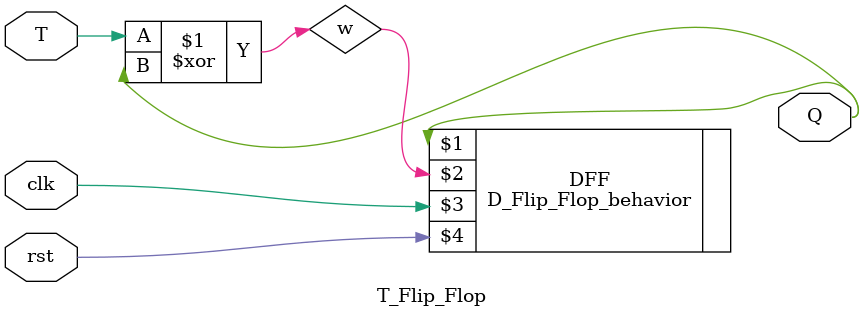
<source format=v>
module T_Flip_Flop(output Q, input T, clk, rst);

wire w;

assign w = T ^ Q;

D_Flip_Flop_behavior DFF(Q, w, clk, rst);

endmodule

</source>
